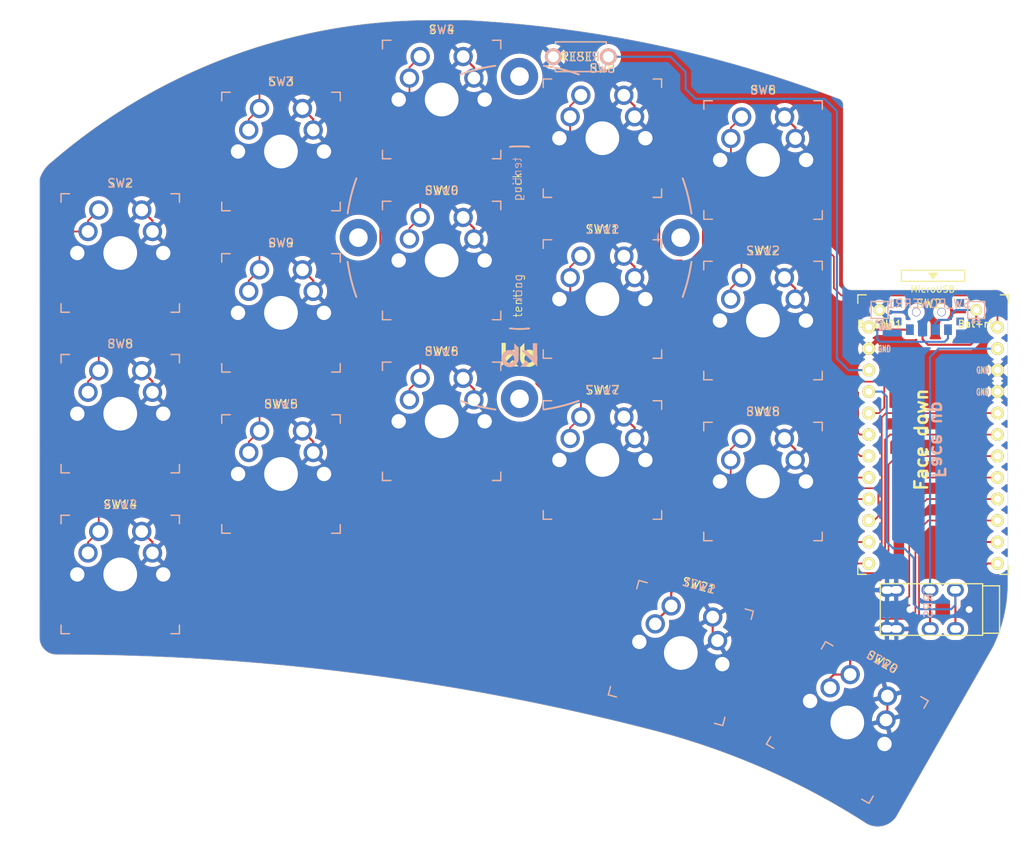
<source format=kicad_pcb>
(kicad_pcb (version 20221018) (generator pcbnew)
  (layers (0 "F.Cu" signal) (31 "B.Cu" signal) (34 "B.Paste" user) (35 "F.Paste" user) (36 "B.SilkS" user "B.Silkscreen") (37 "F.SilkS" user "F.Silkscreen") (38 "B.Mask" user) (39 "F.Mask" user) (44 "Edge.Cuts" user))
  (net 0 "")
  (net 1 "gnd")
  (net 2 "vcc")
  (net 3 "Switch18")
  (net 4 "reset")
  (net 5 "Switch1")
  (net 6 "Switch2")
  (net 7 "Switch3")
  (net 8 "Switch4")
  (net 9 "Switch5")
  (net 10 "Switch6")
  (net 11 "Switch7")
  (net 12 "Switch8")
  (net 13 "Switch9")
  (net 14 "Switch10")
  (net 15 "Switch11")
  (net 16 "Switch12")
  (net 17 "Switch13")
  (net 18 "Switch14")
  (net 19 "Switch15")
  (net 20 "Switch16")
  (net 21 "Switch17")
  (net 22 "raw")
  (net 23 "BT+_r")
  (net 24 "Net-(SW_POWERR1-Pad1)")
  (footprint "kbd:1pin_conn" (layer "F.Cu") (at 146.19 83.736)
    (fp_text reference "Bat+r1")
    (fp_text value "MountingHole_Pad" hide)
  )
  (footprint "kbd:1pin_conn" (layer "F.Cu") (at 134.76 83.736)
    (fp_text reference "BatGND1")
    (fp_text value "MountingHole_Pad" hide)
  )
  (footprint "Kailh:TRRS-PJ-DPB2" (layer "F.Cu") (at 146.95 119.15 -90)
    (fp_text reference "J2")
    (fp_text value "AudioJack4dpb" hide)
  )
  (footprint "footprint:SW_MX_reversible" (layer "F.Cu") (at 45 77)
    (fp_text reference "SW2")
    (fp_text value "SW_Push")
  )
  (footprint "footprint:SW_MX_reversible" (layer "F.Cu") (at 64 65)
    (fp_text reference "SW3")
    (fp_text value "SW_Push")
  )
  (footprint "footprint:SW_MX_reversible" (layer "F.Cu") (at 83 58.86)
    (fp_text reference "SW4")
    (fp_text value "SW_Push")
  )
  (footprint "footprint:SW_MX_reversible" (layer "F.Cu") (at 101.994 63.432)
    (fp_text reference "SW5")
    (fp_text value "SW_Push")
  )
  (footprint "footprint:SW_MX_reversible" (layer "F.Cu") (at 121 66)
    (fp_text reference "SW6")
    (fp_text value "SW_Push")
  )
  (footprint "footprint:SW_MX_reversible" (layer "F.Cu") (at 45 96)
    (fp_text reference "SW8")
    (fp_text value "SW_Push")
  )
  (footprint "footprint:SW_MX_reversible" (layer "F.Cu") (at 64 84.074)
    (fp_text reference "SW9")
    (fp_text value "SW_Push")
  )
  (footprint "footprint:SW_MX_reversible" (layer "F.Cu") (at 83 77.878)
    (fp_text reference "SW10")
    (fp_text value "SW_Push")
  )
  (footprint "footprint:SW_MX_reversible" (layer "F.Cu") (at 102 82.45)
    (fp_text reference "SW11")
    (fp_text value "SW_Push")
  )
  (footprint "footprint:SW_MX_reversible" (layer "F.Cu") (at 120.98 84.99)
    (fp_text reference "SW12")
    (fp_text value "SW_Push")
  )
  (footprint "footprint:SW_MX_reversible" (layer "F.Cu") (at 45 115)
    (fp_text reference "SW14")
    (fp_text value "SW_Push")
  )
  (footprint "footprint:SW_MX_reversible" (layer "F.Cu") (at 64.008 103.124)
    (fp_text reference "SW15")
    (fp_text value "SW_Push")
  )
  (footprint "footprint:SW_MX_reversible" (layer "F.Cu") (at 83 96.896)
    (fp_text reference "SW16")
    (fp_text value "SW_Push")
  )
  (footprint "footprint:SW_MX_reversible" (layer "F.Cu") (at 102 101.468)
    (fp_text reference "SW17")
    (fp_text value "SW_Push")
  )
  (footprint "footprint:SW_MX_reversible" (layer "F.Cu") (at 130.95 132.504 -30)
    (fp_text reference "SW20")
    (fp_text value "SW_Push")
  )
  (footprint "footprint:SW_MX_reversible" (layer "F.Cu") (at 111.272 124.288 -15)
    (fp_text reference "SW21")
    (fp_text value "SW_Push")
  )
  (footprint "kbd:Tenting_Puck2" (layer "F.Cu") (at 92.202 75.184)
    (fp_text reference "REF**")
    (fp_text value "Tenting Puck")
  )
  (footprint "Kailh:SPDT_C128955r" (layer "F.Cu") (at 140.602 83.99)
    (fp_text reference "SW2")
    (fp_text value "SW_SPDT")
  )
  (footprint "footprint:SW_MX_reversible" (layer "F.Cu") (at 120.98 104.008)
    (fp_text reference "SW18")
    (fp_text value "SW_Push")
  )
  (footprint "kbd:ProMicro_v3_min" (layer "F.Cu") (at 141.094 100.246)
    (fp_text reference "U1" hide)
    (fp_text value "ProMicro-kbd" hide)
  )
  (footprint "Kailh:SPDT_C128955" (layer "B.Cu") (at 140.602 83.99 180)
    (fp_text reference "SW_POWERR1")
    (fp_text value "SW_SPDT")
  )
  (footprint "kbd:ResetSW" (layer "B.Cu") (at 99.45 53.8 180)
    (fp_text reference "RSW1" hide)
    (fp_text value "SW_Push")
  )
  (gr_arc (start 148.162 81.366) (mid 149.295883 81.628564) (end 149.912 82.616) (stroke (width 0.05)) (layer "Edge.Cuts"))
  (gr_line (start 149.912 96.45) (end 149.912 101.262) (stroke (width 0.05)) (layer "Edge.Cuts"))
  (gr_line (start 131.458 81.366) (end 148.162 81.366) (stroke (width 0.05)) (layer "Edge.Cuts"))
  (gr_line (start 148.161679 123.613657) (end 136.71 143.699265) (stroke (width 0.05)) (layer "Edge.Cuts"))
  (gr_arc (start 149.924 116.248) (mid 149.462831 120.031316) (end 148.161679 123.613657) (stroke (width 0.05)) (layer "Edge.Cuts"))
  (gr_line (start 149.912 82.616) (end 149.912 96.45) (stroke (width 0.05)) (layer "Edge.Cuts"))
  (gr_line (start 149.912 101.262) (end 149.95 111.9) (stroke (width 0.05)) (layer "Edge.Cuts"))
  (gr_line (start 149.95 111.9) (end 149.924 116.248) (stroke (width 0.05)) (layer "Edge.Cuts"))
  (gr_arc (start 131.458 81.366) (mid 130.751497 81.074566) (end 130.458 80.368917) (stroke (width 0.05)) (layer "Edge.Cuts"))
  (gr_line (start 130.458 80.368917) (end 130.463 59.473) (stroke (width 0.05)) (layer "Edge.Cuts"))
  (gr_arc (start 35.465859 68.23732) (mid 36.023193 67.119598) (end 36.894611 66.224861) (stroke (width 0.05)) (layer "Edge.Cuts"))
  (gr_arc (start 85.843227 49.463504) (mid 108.303644 52.385453) (end 130.028245 58.79247) (stroke (width 0.05)) (layer "Edge.Cuts"))
  (gr_line (start 37.767536 124.476378) (end 37.493002 124.473917) (stroke (width 0.05)) (layer "Edge.Cuts"))
  (gr_arc (start 107.797707 133.384137) (mid 120.821222 137.841207) (end 132.978 144.298) (stroke (width 0.05)) (layer "Edge.Cuts"))
  (gr_arc (start 37.767536 124.476378) (mid 73.062529 126.72971) (end 107.797707 133.384137) (stroke (width 0.05)) (layer "Edge.Cuts"))
  (gr_arc (start 37.493002 124.473917) (mid 36.080534 123.924716) (end 35.458001 122.542999) (stroke (width 0.05)) (layer "Edge.Cuts"))
  (gr_arc (start 136.71 143.699265) (mid 134.968995 144.777745) (end 132.978 144.298) (stroke (width 0.05)) (layer "Edge.Cuts"))
  (gr_arc (start 130.028245 58.79247) (mid 130.345034 59.069226) (end 130.463 59.473) (stroke (width 0.05)) (layer "Edge.Cuts"))
  (gr_line (start 35.465859 68.23732) (end 35.458001 122.542999) (stroke (width 0.05)) (layer "Edge.Cuts"))
  (gr_line (start 85.843227 49.463504) (end 81.868 49.468) (stroke (width 0.05)) (layer "Edge.Cuts"))
  (gr_arc (start 36.894611 66.224861) (mid 57.871135 53.793316) (end 81.868 49.468) (stroke (width 0.05)) (layer "Edge.Cuts"))
  (gr_text "Face up" (at 141.7 99.06 -90) (layer "B.SilkS") (effects (font (size 1.5 1.5) (thickness 0.3)) (justify mirror)))
  (gr_text "Face down" (at 139.7 99.06 90) (layer "F.SilkS") (effects (font (size 1.5 1.5) (thickness 0.3))))
  (segment (start 115.040252 120.038497) (end 115.040252 122.251323) (width 0.25) (layer "F.Cu") (net 1))
  (segment (start 67.818 99.314) (end 67.818 100.584) (width 0.25) (layer "F.Cu") (net 1))
  (segment (start 104.54 77.37) (end 105.81 78.64) (width 0.25) (layer "F.Cu") (net 1))
  (segment (start 104.534 58.352) (end 105.804 59.622) (width 0.25) (layer "F.Cu") (net 1))
  (segment (start 135.65 116.85) (end 136.7 116.85) (width 0.25) (layer "F.Cu") (net 1))
  (segment (start 124.79 100.198) (end 124.79 101.468) (width 0.25) (layer "F.Cu") (net 1))
  (segment (start 104.54 96.388) (end 105.81 97.658) (width 0.25) (layer "F.Cu") (net 1))
  (segment (start 135.689705 129.374591) (end 135.689705 132.039147) (width 0.25) (layer "F.Cu") (net 1))
  (segment (start 124.79 81.18) (end 124.79 82.45) (width 0.25) (layer "F.Cu") (net 1))
  (segment (start 47.54 71.92) (end 48.81 73.19) (width 0.25) (layer "F.Cu") (net 1))
  (segment (start 123.54 60.92) (end 124.81 62.19) (width 0.25) (layer "F.Cu") (net 1))
  (segment (start 86.81 55.05) (end 86.81 56.32) (width 0.25) (layer "F.Cu") (net 1))
  (segment (start 47.54 109.92) (end 48.81 111.19) (width 0.25) (layer "F.Cu") (net 1))
  (segment (start 67.81 61.19) (end 67.81 62.46) (width 0.25) (layer "F.Cu") (net 1))
  (segment (start 124.81 62.19) (end 124.81 63.46) (width 0.25) (layer "F.Cu") (net 1))
  (segment (start 123.52 79.91) (end 124.79 81.18) (width 0.25) (layer "F.Cu") (net 1))
  (segment (start 67.81 80.264) (end 67.81 81.534) (width 0.25) (layer "F.Cu") (net 1))
  (segment (start 48.81 92.19) (end 48.81 93.46) (width 0.25) (layer "F.Cu") (net 1))
  (segment (start 86.81 74.068) (end 86.81 75.338) (width 0.25) (layer "F.Cu") (net 1))
  (segment (start 66.548 98.044) (end 67.818 99.314) (width 0.25) (layer "F.Cu") (net 1))
  (segment (start 105.81 78.64) (end 105.81 79.91) (width 0.25) (layer "F.Cu") (net 1))
  (segment (start 85.54 91.816) (end 86.81 93.086) (width 0.25) (layer "F.Cu") (net 1))
  (segment (start 86.81 93.086) (end 86.81 94.356) (width 0.25) (layer "F.Cu") (net 1))
  (segment (start 105.804 59.622) (end 105.804 60.892) (width 0.25) (layer "F.Cu") (net 1))
  (segment (start 48.81 111.19) (end 48.81 112.46) (width 0.25) (layer "F.Cu") (net 1))
  (segment (start 48.81 73.19) (end 48.81 74.46) (width 0.25) (layer "F.Cu") (net 1))
  (segment (start 105.81 97.658) (end 105.81 98.928) (width 0.25) (layer "F.Cu") (net 1))
  (segment (start 123.52 98.928) (end 124.79 100.198) (width 0.25) (layer "F.Cu") (net 1))
  (segment (start 66.54 59.92) (end 67.81 61.19) (width 0.25) (layer "F.Cu") (net 1))
  (segment (start 85.54 53.78) (end 86.81 55.05) (width 0.25) (layer "F.Cu") (net 1))
  (segment (start 85.54 72.798) (end 86.81 74.068) (width 0.25) (layer "F.Cu") (net 1))
  (segment (start 135.63 121.42) (end 136.72 121.42) (width 0.25) (layer "F.Cu") (net 1))
  (segment (start 66.54 78.994) (end 67.81 80.264) (width 0.25) (layer "F.Cu") (net 1))
  (segment (start 47.54 90.92) (end 48.81 92.19) (width 0.25) (layer "F.Cu") (net 1))
  (segment (start 143.73 116.82) (end 143.73 121.43) (width 0.25) (layer "F.Cu") (net 2))
  (segment (start 136.4 111.94) (end 137.7 111.94) (width 0.25) (layer "B.Cu") (net 2))
  (segment (start 137.7 111.94) (end 138.81 113.05) (width 0.25) (layer "B.Cu") (net 2))
  (segment (start 135.038 93.388) (end 135.61 93.96) (width 0.25) (layer "B.Cu") (net 2))
  (segment (start 139.43 119.11) (end 143.23 119.11) (width 0.25) (layer "B.Cu") (net 2))
  (segment (start 133.4854 93.388) (end 135.038 93.388) (width 0.25) (layer "B.Cu") (net 2))
  (segment (start 135.61 93.96) (end 135.61 111.15) (width 0.25) (layer "B.Cu") (net 2))
  (segment (start 138.81 118.49) (end 139.43 119.11) (width 0.25) (layer "B.Cu") (net 2))
  (segment (start 135.61 111.15) (end 136.4 111.94) (width 0.25) (layer "B.Cu") (net 2))
  (segment (start 138.81 113.05) (end 138.81 118.49) (width 0.25) (layer "B.Cu") (net 2))
  (segment (start 143.73 118.61) (end 143.73 116.82) (width 0.25) (layer "B.Cu") (net 2))
  (segment (start 143.23 119.11) (end 143.73 118.61) (width 0.25) (layer "B.Cu") (net 2))
  (segment (start 140.73 116.82) (end 140.73 121.43) (width 0.25) (layer "F.Cu") (net 3))
  (segment (start 141.73 88.308) (end 148.7054 88.308) (width 0.25) (layer "B.Cu") (net 3))
  (segment (start 140.73 116.82) (end 140.73 89.308) (width 0.25) (layer "B.Cu") (net 3))
  (segment (start 140.73 89.308) (end 141.73 88.308) (width 0.25) (layer "B.Cu") (net 3))
  (segment (start 102.7 53.8) (end 110.04 53.8) (width 0.25) (layer "B.Cu") (net 4))
  (segment (start 131.098 90.848) (end 133.4854 90.848) (width 0.25) (layer "B.Cu") (net 4))
  (segment (start 111.84 55.6) (end 111.84 57.6) (width 0.25) (layer "B.Cu") (net 4))
  (segment (start 111.84 57.6) (end 113.02 58.78) (width 0.25) (layer "B.Cu") (net 4))
  (segment (start 110.04 53.8) (end 111.84 55.6) (width 0.25) (layer "B.Cu") (net 4))
  (segment (start 128.27 58.78) (end 129.73 60.24) (width 0.25) (layer "B.Cu") (net 4))
  (segment (start 113.02 58.78) (end 128.27 58.78) (width 0.25) (layer "B.Cu") (net 4))
  (segment (start 129.73 89.48) (end 131.098 90.848) (width 0.25) (layer "B.Cu") (net 4))
  (segment (start 129.73 60.24) (end 129.73 89.48) (width 0.25) (layer "B.Cu") (net 4))
  (segment (start 54.35 121.95) (end 54.35 115.73) (width 0.2) (layer "F.Cu") (net 5))
  (segment (start 121.515 119.715) (end 122.05 120.25) (width 0.2) (layer "F.Cu") (net 5))
  (segment (start 121.515 114.965) (end 121.515 119.715) (width 0.2) (layer "F.Cu") (net 5))
  (segment (start 122.05 120.25) (end 138.91 120.25) (width 0.2) (layer "F.Cu") (net 5))
  (segment (start 37.87 123.43) (end 52.87 123.43) (width 0.2) (layer "F.Cu") (net 5))
  (segment (start 55.83 114.25) (end 120.8 114.25) (width 0.2) (layer "F.Cu") (net 5))
  (segment (start 42.46 71.92) (end 41.19 73.19) (width 0.2) (layer "F.Cu") (net 5))
  (segment (start 36.64 122.2) (end 37.87 123.43) (width 0.2) (layer "F.Cu") (net 5))
  (segment (start 52.87 123.43) (end 54.35 121.95) (width 0.2) (layer "F.Cu") (net 5))
  (segment (start 140.522 108.628) (end 148.7054 108.628) (width 0.2) (layer "F.Cu") (net 5))
  (segment (start 139.43 109.72) (end 140.522 108.628) (width 0.2) (layer "F.Cu") (net 5))
  (segment (start 41.19 74.46) (end 37.96 74.46) (width 0.2) (layer "F.Cu") (net 5))
  (segment (start 54.35 115.73) (end 55.83 114.25) (width 0.2) (layer "F.Cu") (net 5))
  (segment (start 120.8 114.25) (end 121.515 114.965) (width 0.2) (layer "F.Cu") (net 5))
  (segment (start 41.19 73.19) (end 41.19 74.46) (width 0.2) (layer "F.Cu") (net 5))
  (segment (start 139.43 119.73) (end 139.43 109.72) (width 0.2) (layer "F.Cu") (net 5))
  (segment (start 138.91 120.25) (end 139.43 119.73) (width 0.2) (layer "F.Cu") (net 5))
  (segment (start 37.96 74.46) (end 36.64 75.78) (width 0.2) (layer "F.Cu") (net 5))
  (segment (start 36.64 75.78) (end 36.64 122.2) (width 0.2) (layer "F.Cu") (net 5))
  (segment (start 113.206 93.526) (end 112.261372 92.581372) (width 0.2) (layer "F.Cu") (net 6))
  (segment (start 131.4 102.95) (end 131.4 94.16) (width 0.2) (layer "F.Cu") (net 6))
  (segment (start 130.766 93.526) (end 113.206 93.526) (width 0.2) (layer "F.Cu") (net 6))
  (segment (start 92.21 70.41) (end 92.21 67.88) (width 0.2) (layer "F.Cu") (net 6))
  (segment (start 113.875 76.375) (end 113.875 72.125) (width 0.2) (layer "F.Cu") (net 6))
  (segment (start 73.42 56.69) (end 72.34 55.61) (width 0.2) (layer "F.Cu") (net 6))
  (segment (start 131.4 94.16) (end 130.766 93.526) (width 0.2) (layer "F.Cu") (net 6))
  (segment (start 72.34 55.61) (end 62.5 55.61) (width 0.2) (layer "F.Cu") (net 6))
  (segment (start 93.24952 71.44952) (end 92.21 70.41) (width 0.2) (layer "F.Cu") (net 6))
  (segment (start 60.19 61.19) (end 60.19 62.46) (width 0.2) (layer "F.Cu") (net 6))
  (segment (start 62.5 55.61) (end 61.46 56.65) (width 0.2) (layer "F.Cu") (net 6))
  (segment (start 113.19952 71.44952) (end 93.24952 71.44952) (width 0.2) (layer "F.Cu") (net 6))
  (segment (start 112.261372 77.988628) (end 113.875 76.375) (width 0.2) (layer "F.Cu") (net 6))
  (segment (start 73.4 65.41) (end 73.4 56.71) (width 0.2) (layer "F.Cu") (net 6))
  (segment (start 92.21 67.88) (end 91.3 66.97) (width 0.2) (layer "F.Cu") (net 6))
  (segment (start 112.261372 92.581372) (end 112.261372 77.988628) (width 0.2) (layer "F.Cu") (net 6))
  (segment (start 113.875 72.125) (end 113.19952 71.44952) (width 0.2) (layer "F.Cu") (net 6))
  (segment (start 73.4 56.71) (end 73.42 56.69) (width 0.2) (layer "F.Cu") (net 6))
  (segment (start 74.96 66.97) (end 73.4 65.41) (width 0.2) (layer "F.Cu") (net 6))
  (segment (start 61.46 56.65) (end 61.46 59.92) (width 0.2) (layer "F.Cu") (net 6))
  (segment (start 131.998 103.548) (end 131.4 102.95) (width 0.2) (layer "F.Cu") (net 6))
  (segment (start 133.4854 103.548) (end 131.998 103.548) (width 0.2) (layer "F.Cu") (net 6))
  (segment (start 61.46 59.92) (end 60.19 61.19) (width 0.2) (layer "F.Cu") (net 6))
  (segment (start 91.3 66.97) (end 74.96 66.97) (width 0.2) (layer "F.Cu") (net 6))
  (segment (start 79.19 55.05) (end 79.19 56.32) (width 0.2) (layer "F.Cu") (net 7))
  (segment (start 131.8 100.32) (end 131.8 93.84) (width 0.2) (layer "F.Cu") (net 7))
  (segment (start 79.19 65.78) (end 79.19 56.32) (width 0.2) (layer "F.Cu") (net 7))
  (segment (start 113.53 71) (end 93.55 71) (width 0.2) (layer "F.Cu") (net 7))
  (segment (start 93.55 71) (end 92.7 70.15) (width 0.2) (layer "F.Cu") (net 7))
  (segment (start 131.8 93.84) (end 131.086 93.126) (width 0.2) (layer "F.Cu") (net 7))
  (segment (start 133.4854 101.008) (end 132.488 101.008) (width 0.2) (layer "F.Cu") (net 7))
  (segment (start 132.488 101.008) (end 131.8 100.32) (width 0.2) (layer "F.Cu") (net 7))
  (segment (start 91.69 66.46) (end 79.87 66.46) (width 0.2) (layer "F.Cu") (net 7))
  (segment (start 113.386 93.126) (end 112.661372 92.401372) (width 0.2) (layer "F.Cu") (net 7))
  (segment (start 114.3 76.55) (end 114.3 71.77) (width 0.2) (layer "F.Cu") (net 7))
  (segment (start 80.46 53.78) (end 79.19 55.05) (width 0.2) (layer "F.Cu") (net 7))
  (segment (start 112.661372 78.188628) (end 114.3 76.55) (width 0.2) (layer "F.Cu") (net 7))
  (segment (start 112.661372 92.401372) (end 112.661372 78.188628) (width 0.2) (layer "F.Cu") (net 7))
  (segment (start 114.3 71.77) (end 113.53 71) (width 0.2) (layer "F.Cu") (net 7))
  (segment (start 92.7 70.15) (end 92.7 67.47) (width 0.2) (layer "F.Cu") (net 7))
  (segment (start 92.7 67.47) (end 91.69 66.46) (width 0.2) (layer "F.Cu") (net 7))
  (segment (start 131.086 93.126) (end 113.386 93.126) (width 0.2) (layer "F.Cu") (net 7))
  (segment (start 79.87 66.46) (end 79.19 65.78) (width 0.2) (layer "F.Cu") (net 7))
  (segment (start 98.67 70.6) (end 98.184 70.114) (width 0.2) (layer "F.Cu") (net 8))
  (segment (start 113.925 70.6) (end 98.67 70.6) (width 0.2) (layer "F.Cu") (net 8))
  (segment (start 99.454 58.352) (end 98.184 59.622) (width 0.2) (layer "F.Cu") (net 8))
  (segment (start 98.184 59.622) (end 98.184 60.892) (width 0.2) (layer "F.Cu") (net 8))
  (segment (start 132.24 98.27) (end 132.24 93.51) (width 0.2) (layer "F.Cu") (net 8))
  (segment (start 114.725 76.75) (end 114.725 71.4) (width 0.2) (layer "F.Cu") (net 8))
  (segment (start 98.184 70.114) (end 98.184 60.892) (width 0.2) (layer "F.Cu") (net 8))
  (segment (start 113.576 92.726) (end 113.1 92.25) (width 0.2) (layer "F.Cu") (net 8))
  (segment (start 114.725 71.4) (end 113.925 70.6) (width 0.2) (layer "F.Cu") (net 8))
  (segment (start 133.4854 98.468) (end 132.438 98.468) (width 0.2) (layer "F.Cu") (net 8))
  (segment (start 132.438 98.468) (end 132.24 98.27) (width 0.2) (layer "F.Cu") (net 8))
  (segment (start 113.1 78.375) (end 114.725 76.75) (width 0.2) (layer "F.Cu") (net 8))
  (segment (start 131.456 92.726) (end 113.576 92.726) (width 0.2) (layer "F.Cu") (net 8))
  (segment (start 132.24 93.51) (end 131.456 92.726) (width 0.2) (layer "F.Cu") (net 8))
  (segment (start 113.1 92.25) (end 113.1 78.375) (width 0.2) (layer "F.Cu") (net 8))
  (segment (start 114.2 78.05) (end 116.38 78.05) (width 0.2) (layer "F.Cu") (net 9))
  (segment (start 114.285 92.21) (end 113.6 91.525) (width 0.2) (layer "F.Cu") (net 9))
  (segment (start 134.82 92.21) (end 114.285 92.21) (width 0.2) (layer "F.Cu") (net 9))
  (segment (start 113.6 91.525) (end 113.6 78.65) (width 0.2) (layer "F.Cu") (net 9))
  (segment (start 135.32 92.71) (end 134.82 92.21) (width 0.2) (layer "F.Cu") (net 9))
  (segment (start 118.46 60.92) (end 117.19 62.19) (width 0.2) (layer "F.Cu") (net 9))
  (segment (start 113.6 78.65) (end 114.2 78.05) (width 0.2) (layer "F.Cu") (net 9))
  (segment (start 133.4854 95.928) (end 134.702 95.928) (width 0.2) (layer "F.Cu") (net 9))
  (segment (start 134.702 95.928) (end 135.32 95.31) (width 0.2) (layer "F.Cu") (net 9))
  (segment (start 135.32 95.31) (end 135.32 92.71) (width 0.2) (layer "F.Cu") (net 9))
  (segment (start 117.19 77.24) (end 117.19 63.46) (width 0.2) (layer "F.Cu") (net 9))
  (segment (start 117.19 62.19) (end 117.19 63.46) (width 0.2) (layer "F.Cu") (net 9))
  (segment (start 116.38 78.05) (end 117.19 77.24) (width 0.2) (layer "F.Cu") (net 9))
  (segment (start 130.046 94.326) (end 130.6 94.88) (width 0.2) (layer "F.Cu") (net 10))
  (segment (start 54 88.5131) (end 54 91.3) (width 0.2) (layer "F.Cu") (net 10))
  (segment (start 108.34 77.88) (end 108.75 78.29) (width 0.2) (layer "F.Cu") (net 10))
  (segment (start 111.461372 93.057058) (end 112.730314 94.326) (width 0.2) (layer "F.Cu") (net 10))
  (segment (start 76.57 67.91) (end 90.72 67.91) (width 0.2) (layer "F.Cu") (net 10))
  (segment (start 111.461372 78.861372) (end 111.461372 93.057058) (width 0.2) (layer "F.Cu") (net 10))
  (segment (start 107.76856 72.34856) (end 108.34 72.92) (width 0.2) (layer "F.Cu") (net 10))
  (segment (start 130.6 105.448) (end 131.24 106.088) (width 0.2) (layer "F.Cu") (net 10))
  (segment (start 91.35 71.01856) (end 92.68 72.34856) (width 0.2) (layer "F.Cu") (net 10))
  (segment (start 90.72 67.91) (end 91.35 68.54) (width 0.2) (layer "F.Cu") (net 10))
  (segment (start 43.7569 87.2531) (end 52.74 87.2531) (width 0.2) (layer "F.Cu") (net 10))
  (segment (start 112.730314 94.326) (end 130.046 94.326) (width 0.2) (layer "F.Cu") (net 10))
  (segment (start 131.24 106.088) (end 133.4854 106.088) (width 0.2) (layer "F.Cu") (net 10))
  (segment (start 54.97 92.27) (end 74.97 92.27) (width 0.2) (layer "F.Cu") (net 10))
  (segment (start 110.89 78.29) (end 111.461372 78.861372) (width 0.2) (layer "F.Cu") (net 10))
  (segment (start 108.34 72.92) (end 108.34 77.88) (width 0.2) (layer "F.Cu") (net 10))
  (segment (start 108.75 78.29) (end 110.89 78.29) (width 0.2) (layer "F.Cu") (net 10))
  (segment (start 75.74 91.5) (end 75.74 68.74) (width 0.2) (layer "F.Cu") (net 10))
  (segment (start 75.74 68.74) (end 76.57 67.91) (width 0.2) (layer "F.Cu") (net 10))
  (segment (start 42.46 90.92) (end 42.46 88.55) (width 0.2) (layer "F.Cu") (net 10))
  (segment (start 41.19 92.19) (end 41.19 93.46) (width 0.2) (layer "F.Cu") (net 10))
  (segment (start 130.6 94.88) (end 130.6 105.448) (width 0.2) (layer "F.Cu") (net 10))
  (segment (start 92.68 72.34856) (end 107.76856 72.34856) (width 0.2) (layer "F.Cu") (net 10))
  (segment (start 54 91.3) (end 54.97 92.27) (width 0.2) (layer "F.Cu") (net 10))
  (segment (start 91.35 68.54) (end 91.35 71.01856) (width 0.2) (layer "F.Cu") (net 10))
  (segment (start 42.46 88.55) (end 43.7569 87.2531) (width 0.2) (layer "F.Cu") (net 10))
  (segment (start 74.97 92.27) (end 75.74 91.5) (width 0.2) (layer "F.Cu") (net 10))
  (segment (start 52.74 87.2531) (end 54 88.5131) (width 0.2) (layer "F.Cu") (net 10))
  (segment (start 42.46 90.92) (end 41.19 92.19) (width 0.2) (layer "F.Cu") (net 10))
  (segment (start 69.148 75.172) (end 70.93 73.39) (width 0.2) (layer "F.Cu") (net 11))
  (segment (start 91.09 67.51) (end 91.81 68.23) (width 0.2) (layer "F.Cu") (net 11))
  (segment (start 70.93 69.26) (end 72.68 67.51) (width 0.2) (layer "F.Cu") (net 11))
  (segment (start 111.38 77.89) (end 111.861372 78.371372) (width 0.2) (layer "F.Cu") (net 11))
  (segment (start 60.19 80.264) (end 60.19 81.534) (width 0.2) (layer "F.Cu") (net 11))
  (segment (start 111.861372 92.891372) (end 112.896 93.926) (width 0.2) (layer "F.Cu") (net 11))
  (segment (start 61.46 76.21) (end 62.498 75.172) (width 0.2) (layer "F.Cu") (net 11))
  (segment (start 72.68 67.51) (end 91.09 67.51) (width 0.2) (layer "F.Cu") (net 11))
  (segment (start 131.47 104.81) (end 134.19 104.81) (width 0.2) (layer "F.Cu") (net 11))
  (segment (start 70.93 73.39) (end 70.93 69.26) (width 0.2) (layer "F.Cu") (net 11))
  (segment (start 108.74 72.47) (end 108.74 77.44) (width 0.2) (layer "F.Cu") (net 11))
  (segment (start 134.19 104.81) (end 134.62 105.24) (width 0.2) (layer "F.Cu") (net 11))
  (segment (start 131 94.53) (end 131 104.34) (width 0.2) (layer "F.Cu") (net 11))
  (segment (start 112.896 93.926) (end 130.396 93.926) (width 0.2) (layer "F.Cu") (net 11))
  (segment (start 131 104.34) (end 131.47 104.81) (width 0.2) (layer "F.Cu") (net 11))
  (segment (start 108.74 77.44) (end 109.19 77.89) (width 0.2) (layer "F.Cu") (net 11))
  (segment (start 134.62 105.24) (end 134.62 108.12) (width 0.2) (layer "F.Cu") (net 11))
  (segment (start 111.861372 78.371372) (end 111.861372 92.891372) (width 0.2) (layer "F.Cu") (net 11))
  (segment (start 130.396 93.926) (end 131 94.53) (width 0.2) (layer "F.Cu") (net 11))
  (segment (start 108.16904 71.89904) (end 108.74 72.47) (width 0.2) (layer "F.Cu") (net 11))
  (segment (start 62.498 75.172) (end 69.148 75.172) (width 0.2) (layer "F.Cu") (net 11))
  (segment (start 91.81 68.23) (end 91.81 70.785) (width 0.2) (layer "F.Cu") (net 11))
  (segment (start 92.92404 71.89904) (end 108.16904 71.89904) (width 0.2) (layer "F.Cu") (net 11))
  (segment (start 134.62 108.12) (end 134.112 108.628) (width 0.2) (layer "F.Cu") (net 11))
  (segment (start 61.46 78.994) (end 61.46 76.21) (width 0.2) (layer "F.Cu") (net 11))
  (segment (start 61.46 78.994) (end 60.19 80.264) (width 0.2) (layer "F.Cu") (net 11))
  (segment (start 91.81 70.785) (end 92.92404 71.89904) (width 0.2) (layer "F.Cu") (net 11))
  (segment (start 109.19 77.89) (end 111.38 77.89) (width 0.2) (layer "F.Cu") (net 11))
  (segment (start 80.46 68.98) (end 80.46 72.798) (width 0.2) (layer "F.Cu") (net 12))
  (segment (start 111.061372 79.241372) (end 110.51 78.69) (width 0.2) (layer "F.Cu") (net 12))
  (segment (start 130.2 110.328) (end 130.2 95.17) (width 0.2) (layer "F.Cu") (net 12))
  (segment (start 107.94 73.37) (end 107.31856 72.74856) (width 0.2) (layer "F.Cu") (net 12))
  (segment (start 112.376 94.726) (end 111.061372 93.411372) (width 0.2) (layer "F.Cu") (net 12))
  (segment (start 130.2 95.17) (end 129.756 94.726) (width 0.2) (layer "F.Cu") (net 12))
  (segment (start 108.4 78.69) (end 107.94 78.23) (width 0.2) (layer "F.Cu") (net 12))
  (segment (start 90.92 71.31) (end 90.92 68.94) (width 0.2) (layer "F.Cu") (net 12))
  (segment (start 107.94 78.23) (end 107.94 73.37) (width 0.2) (layer "F.Cu") (net 12))
  (segment (start 81.13 68.31) (end 80.46 68.98) (width 0.2) (layer "F.Cu") (net 12))
  (segment (start 90.29 68.31) (end 81.13 68.31) (width 0.2) (layer "F.Cu") (net 12))
  (segment (start 90.92 68.94) (end 90.29 68.31) (width 0.2) (layer "F.Cu") (net 12))
  (segment (start 133.4854 111.168) (end 131.04 111.168) (width 0.2) (layer "F.Cu") (net 12))
  (segment (start 110.51 78.69) (end 108.4 78.69) (width 0.2) (layer "F.Cu") (net 12))
  (segment (start 111.061372 93.411372) (end 111.061372 79.241372) (width 0.2) (layer "F.Cu") (net 12))
  (segment (start 79.19 74.068) (end 79.19 75.338) (width 0.2) (layer "F.Cu") (net 12))
  (segment (start 80.46 72.798) (end 79.19 74.068) (width 0.2) (layer "F.Cu") (net 12))
  (segment (start 131.04 111.168) (end 130.2 110.328) (width 0.2) (layer "F.Cu") (net 12))
  (segment (start 107.31856 72.74856) (end 92.35856 72.74856) (width 0.2) (layer "F.Cu") (net 12))
  (segment (start 129.756 94.726) (end 112.376 94.726) (width 0.2) (layer "F.Cu") (net 12))
  (segment (start 92.35856 72.74856) (end 90.92 71.31) (width 0.2) (layer "F.Cu") (net 12))
  (segment (start 129.8 96.01) (end 129.17 95.38) (width 0.2) (layer "F.Cu") (net 13))
  (segment (start 98.19 78.64) (end 98.19 79.91) (width 0.2) (layer "F.Cu") (net 13))
  (segment (start 109.475685 91.82) (end 98.79 91.82) (width 0.2) (layer "F.Cu") (net 13))
  (segment (start 133.4854 113.708) (end 130.418 113.708) (width 0.2) (layer "F.Cu") (net 13))
  (segment (start 111.15 95.38) (end 110.49 94.72) (width 0.2) (layer "F.Cu") (net 13))
  (segment (start 98.19 91.22) (end 98.19 79.91) (width 0.2) (layer "F.Cu") (net 13))
  (segment (start 129.17 95.38) (end 111.15 95.38) (width 0.2) (layer "F.Cu") (net 13))
  (segment (start 130.418 113.708) (end 129.8 113.09) (width 0.2) (layer "F.Cu") (net 13))
  (segment (start 99.46 77.37) (end 98.19 78.64) (width 0.2) (layer "F.Cu") (net 13))
  (segment (start 129.8 113.09) (end 129.8 96.01) (width 0.2) (layer "F.Cu") (net 13))
  (segment (start 110.49 92.834315) (end 109.475685 91.82) (width 0.2) (layer "F.Cu") (net 13))
  (segment (start 98.79 91.82) (end 98.19 91.22) (width 0.2) (layer "F.Cu") (net 13))
  (segment (start 110.49 94.72) (end 110.49 92.834315) (width 0.2) (layer "F.Cu") (net 13))
  (segment (start 129.37 77.44) (end 128.42 76.49) (width 0.2) (layer "F.Cu") (net 14))
  (segment (start 148.7054 85.768) (end 148.7054 82.7154) (width 0.2) (layer "F.Cu") (net 14))
  (segment (start 148.011137 82.021137) (end 130.241137 82.021137) (width 0.2) (layer "F.Cu") (net 14))
  (segment (start 118.44 77.12) (end 118.44 79.91) (width 0.2) (layer "F.Cu") (net 14))
  (segment (start 148.7054 82.7154) (end 148.011137 82.021137) (width 0.2) (layer "F.Cu") (net 14))
  (segment (start 128.42 76.49) (end 119.07 76.49) (width 0.2) (layer "F.Cu") (net 14))
  (segment (start 118.44 79.91) (end 117.17 81.18) (width 0.2) (layer "F.Cu") (net 14))
  (segment (start 119.07 76.49) (end 118.44 77.12) (width 0.2) (layer "F.Cu") (net 14))
  (segment (start 117.17 81.18) (end 117.17 82.45) (width 0.2) (layer "F.Cu") (net 14))
  (segment (start 130.241137 82.021137) (end 129.37 81.15) (width 0.2) (layer "F.Cu") (net 14))
  (segment (start 129.37 81.15) (end 129.37 77.44) (width 0.2) (layer "F.Cu") (net 14))
  (segment (start 109.2 92.27) (end 110.08 93.15) (width 0.2) (layer "F.Cu") (net 15))
  (segment (start 77.055 88.07) (end 93.76 88.07) (width 0.2) (layer "F.Cu") (net 15))
  (segment (start 95.8 92.27) (end 109.2 92.27) (width 0.2) (layer "F.Cu") (net 15))
  (segment (start 55.87 93.38) (end 75.44 93.38) (width 0.2) (layer "F.Cu") (net 15))
  (segment (start 53.94 104.02) (end 53.94 95.31) (width 0.2) (layer "F.Cu") (net 15))
  (segment (start 95.28 91.75) (end 95.8 92.27) (width 0.2) (layer "F.Cu") (net 15))
  (segment (start 110.86 95.78) (end 128.76 95.78) (width 0.2) (layer "F.Cu") (net 15))
  (segment (start 135.02 96.428) (end 135.52 95.928) (width 0.2) (layer "F.Cu") (net 15))
  (segment (start 42.46 106.39) (end 43.79 105.06) (width 0.2) (layer "F.Cu") (net 15))
  (segment (start 95.28 89.59) (end 95.28 91.75) (width 0.2) (layer "F.Cu") (net 15))
  (segment (start 110.08 93.15) (end 110.08 95) (width 0.2) (layer "F.Cu") (net 15))
  (segment (start 93.76 88.07) (end 95.28 89.59) (width 0.2) (layer "F.Cu") (net 15))
  (segment (start 41.19 111.19) (end 41.19 112.46) (width 0.2) (layer "F.Cu") (net 15))
  (segment (start 135.02 114.13) (end 135.02 96.428) (width 0.2) (layer "F.Cu") (net 15))
  (segment (start 76.14 88.985) (end 77.055 88.07) (width 0.2) (layer "F.Cu") (net 15))
  (segment (start 130.194031 114.844031) (end 134.305969 114.844031) (width 0.2) (layer "F.Cu") (net 15))
  (segment (start 129.4 114.05) (end 130.194031 114.844031) (width 0.2) (layer "F.Cu") (net 15))
  (segment (start 110.08 95) (end 110.86 95.78) (width 0.2) (layer "F.Cu") (net 15))
  (segment (start 52.9 105.06) (end 53.94 104.02) (width 0.2) (layer "F.Cu") (net 15))
  (segment (start 76.14 92.68) (end 76.14 88.985) (width 0.2) (layer "F.Cu") (net 15))
  (segment (start 42.46 109.92) (end 42.46 106.39) (width 0.2) (layer "F.Cu") (net 15))
  (segment (start 42.46 109.92) (end 41.19 111.19) (width 0.2) (layer "F.Cu") (net 15))
  (segment (start 43.79 105.06) (end 52.9 105.06) (width 0.2) (layer "F.Cu") (net 15))
  (segment (start 134.305969 114.844031) (end 135.02 114.13) (width 0.2) (layer "F.Cu") (net 15))
  (segment (start 75.44 93.38) (end 76.14 92.68) (width 0.2) (layer "F.Cu") (net 15))
  (segment (start 135.52 95.928) (end 148.7054 95.928) (width 0.2) (layer "F.Cu") (net 15))
  (segment (start 128.76 95.78) (end 129.4 96.42) (width 0.2) (layer "F.Cu") (net 15))
  (segment (start 53.94 95.31) (end 55.87 93.38) (width 0.2) (layer "F.Cu") (net 15))
  (segment (start 129.4 96.42) (end 129.4 114.05) (width 0.2) (layer "F.Cu") (net 15))
  (segment (start 110.45 96.18) (end 109.68 95.41) (width 0.2) (layer "F.Cu") (net 16))
  (segment (start 136.02 98.468) (end 135.42 99.068) (width 0.2) (layer "F.Cu") (net 16))
  (segment (start 108.83 92.72) (end 95.23 92.72) (width 0.2) (layer "F.Cu") (net 16))
  (segment (start 75.66 94.66) (end 62.31 94.66) (width 0.2) (layer "F.Cu") (net 16))
  (segment (start 148.7054 98.468) (end 136.02 98.468) (width 0.2) (layer "F.Cu") (net 16))
  (segment (start 134.655969 115.244031) (end 129.924031 115.244031) (width 0.2) (layer "F.Cu") (net 16))
  (segment (start 135.42 99.068) (end 135.42 114.48) (width 0.2) (layer "F.Cu") (net 16))
  (segment (start 129 96.69) (end 128.49 96.18) (width 0.2) (layer "F.Cu") (net 16))
  (segment (start 109.68 93.57) (end 108.83 92.72) (width 0.2) (layer "F.Cu") (net 16))
  (segment (start 76.54 89.425686) (end 76.54 93.78) (width 0.2) (layer "F.Cu") (net 16))
  (segment (start 94.72 92.21) (end 94.72 89.98) (width 0.2) (layer "F.Cu") (net 16))
  (segment (start 135.42 114.48) (end 134.655969 115.244031) (width 0.2) (layer "F.Cu") (net 16))
  (segment (start 61.468 98.044) (end 60.198 99.314) (width 0.2) (layer "F.Cu") (net 16))
  (segment (start 109.68 95.41) (end 109.68 93.57) (width 0.2) (layer "F.Cu") (net 16))
  (segment (start 62.31 94.66) (end 61.468 95.502) (width 0.2) (layer "F.Cu") (net 16))
  (segment (start 129 114.32) (end 129 96.69) (width 0.2) (layer "F.Cu") (net 16))
  (segment (start 60.198 99.314) (end 60.198 100.584) (width 0.2) (layer "F.Cu") (net 16))
  (segment (start 94.72 89.98) (end 93.26 88.52) (width 0.2) (layer "F.Cu") (net 16))
  (segment (start 76.54 93.78) (end 75.66 94.66) (width 0.2) (layer "F.Cu") (net 16))
  (segment (start 61.468 95.502) (end 61.468 98.044) (width 0.2) (layer "F.Cu") (net 16))
  (segment (start 77.445686 88.52) (end 76.54 89.425686) (width 0.2) (layer "F.Cu") (net 16))
  (segment (start 129.924031 115.244031) (end 129 114.32) (width 0.2) (layer "F.Cu") (net 16))
  (segment (start 93.26 88.52) (end 77.445686 88.52) (width 0.2) (layer "F.Cu") (net 16))
  (segment (start 128.49 96.18) (end 110.45 96.18) (width 0.2) (layer "F.Cu") (net 16))
  (segment (start 95.23 92.72) (end 94.72 92.21) (width 0.2) (layer "F.Cu") (net 16))
  (segment (start 108.68 93.3) (end 109.28 93.9) (width 0.2) (layer "F.Cu") (net 17))
  (segment (start 93.34 89.22) (end 94.18 90.06) (width 0.2) (layer "F.Cu") (net 17))
  (segment (start 135.82 114.705) (end 135.82 104.164314) (width 0.2) (layer "F.Cu") (net 17))
  (segment (start 110.11 96.58) (end 128.07 96.58) (width 0.2) (layer "F.Cu") (net 17))
  (segment (start 80.46 91.816) (end 79.19 93.086) (width 0.2) (layer "F.Cu") (net 17))
  (segment (start 128.07 96.58) (end 128.6 97.11) (width 0.2) (layer "F.Cu") (net 17))
  (segment (start 128.6 114.63) (end 129.663551 115.693551) (width 0.2) (layer "F.Cu") (net 17))
  (segment (start 134.831449 115.693551) (end 135.82 114.705) (width 0.2) (layer "F.Cu") (net 17))
  (segment (start 135.825 104.159314) (end 135.825 102.005) (width 0.2) (layer "F.Cu") (net 17))
  (segment (start 80.46 89.85) (end 81.09 89.22) (width 0.2) (layer "F.Cu") (net 17))
  (segment (start 128.6 97.11) (end 128.6 114.63) (width 0.2) (layer "F.Cu") (net 17))
  (segment (start 80.46 91.816) (end 80.46 89.85) (width 0.2) (layer "F.Cu") (net 17))
  (segment (start 81.09 89.22) (end 93.34 89.22) (width 0.2) (layer "F.Cu") (net 17))
  (segment (start 94.18 92.46) (end 95.02 93.3) (width 0.2) (layer "F.Cu") (net 17))
  (segment (start 129.663551 115.693551) (end 134.831449 115.693551) (width 0.2) (layer "F.Cu") (net 17))
  (segment (start 79.19 93.086) (end 79.19 94.356) (width 0.2) (layer "F.Cu") (net 17))
  (segment (start 95.02 93.3) (end 108.68 93.3) (width 0.2) (layer "F.Cu") (net 17))
  (segment (start 94.18 90.06) (end 94.18 92.46) (width 0.2) (layer "F.Cu") (net 17))
  (segment (start 109.28 93.9) (end 109.28 95.75) (width 0.2) (layer "F.Cu") (net 17))
  (segment (start 136.822 101.008) (end 148.7054 101.008) (width 0.2) (layer "F.Cu") (net 17))
  (segment (start 135.825 102.005) (end 136.822 101.008) (width 0.2) (layer "F.Cu") (net 17))
  (segment (start 109.28 95.75) (end 110.11 96.58) (width 0.2) (layer "F.Cu") (net 17))
  (segment (start 135.82 104.164314) (end 135.825 104.159314) (width 0.2) (layer "F.Cu") (net 17))
  (segment (start 109.71 96.98) (end 110.7 96.98) (width 0.2) (layer "F.Cu") (net 18))
  (segment (start 137.525 118.35) (end 138.275 117.6) (width 0.2) (layer "F.Cu") (net 18))
  (segment (start 108.88 96.15) (end 109.71 96.98) (width 0.2) (layer "F.Cu") (net 18))
  (segment (start 128.2 117.05) (end 129.5 118.35) (width 0.2) (layer "F.Cu") (net 18))
  (segment (start 110.7 96.98) (end 127.78 96.98) (width 0.2) (layer "F.Cu") (net 18))
  (segment (start 110.11 96.98) (end 110.21 96.98) (width 0.2) (layer "F.Cu") (net 18))
  (segment (start 108.36 93.77) (end 108.88 94.29) (width 0.2) (layer "F.Cu") (net 18))
  (segment (start 99.46 96.388) (end 98.19 97.658) (width 0.2) (layer "F.Cu") (net 18))
  (segment (start 98.19 97.658) (end 98.19 98.928) (width 0.2) (layer "F.Cu") (net 18))
  (segment (start 99.46 96.388) (end 99.46 94.53) (width 0.2) (layer "F.Cu") (net 18))
  (segment (start 129.5 118.35) (end 137.525 118.35) (width 0.2) (layer "F.Cu") (net 18))
  (segment (start 138.275 117.6) (end 138.275 104.398) (width 0.2) (layer "F.Cu") (net 18))
  (segment (start 110.21 96.98) (end 110.7 96.98) (width 0.2) (layer "F.Cu") (net 18))
  (segment (start 99.46 94.53) (end 100.22 93.77) (width 0.2) (layer "F.Cu") (net 18))
  (segment (start 127.78 96.98) (end 128.2 97.4) (width 0.2) (layer "F.Cu") (net 18))
  (segment (start 139.125 103.548) (end 148.7054 103.548) (width 0.2) (layer "F.Cu") (net 18))
  (segment (start 138.275 104.398) (end 139.125 103.548) (width 0.2) (layer "F.Cu") (net 18))
  (segment (start 108.88 94.29) (end 108.88 96.15) (width 0.2) (layer "F.Cu") (net 18))
  (segment (start 100.22 93.77) (end 108.36 93.77) (width 0.2) (layer "F.Cu") (net 18))
  (segment (start 128.2 97.4) (end 128.2 117.05) (width 0.2) (layer "F.Cu") (net 18))
  (segment (start 121.94 119.215) (end 121.94 117.05) (width 0.2) (layer "F.Cu") (net 19))
  (segment (start 117.17 112.74) (end 117.17 101.468) (width 0.2) (layer "F.Cu") (net 19))
  (segment (start 121.94 114.65) (end 121.03 113.74) (width 0.2) (layer "F.Cu") (net 19))
  (segment (start 122.575 119.85) (end 138.625 119.85) (width 0.2) (layer "F.Cu") (net 19))
  (segment (start 118.44 98.928) (end 117.17 100.198) (width 0.2) (layer "F.Cu") (net 19))
  (segment (start 121.94 115.825) (end 121.94 114.65) (width 0.2) (layer "F.Cu") (net 19))
  (segment (start 139 119.475) (end 139 107.463) (width 0.2) (layer "F.Cu") (net 19))
  (segment (start 140.375 106.088) (end 148.7054 106.088) (width 0.2) (layer "F.Cu") (net 19))
  (segment (start 138.625 119.85) (end 139 119.475) (width 0.2) (layer "F.Cu") (net 19))
  (segment (start 121.94 119.215) (end 122.575 119.85) (width 0.2) (layer "F.Cu") (net 19))
  (segment (start 121.94 115.825) (end 121.94 119.215) (width 0.2) (layer "F.Cu") (net 19))
  (segment (start 139 107.463) (end 140.375 106.088) (width 0.2) (layer "F.Cu") (net 19))
  (segment (start 117.17 100.198) (end 117.17 101.468) (width 0.2) (layer "F.Cu") (net 19))
  (segment (start 121.94 117.05) (end 121.94 115.825) (width 0.2) (layer "F.Cu") (net 19))
  (segment (start 118.17 113.74) (end 117.17 112.74) (width 0.2) (layer "F.Cu") (net 19))
  (segment (start 121.03 113.74) (end 118.17 113.74) (width 0.2) (layer "F.Cu") (net 19))
  (segment (start 110.133349 118.723696) (end 108.249223 120.607822) (width 0.25) (layer "F.Cu") (net 20))
  (segment (start 110.92 116.54) (end 110.74 116.54) (width 0.25) (layer "F.Cu") (net 20))
  (segment (start 145.425 122.875) (end 122.025 122.875) (width 0.25) (layer "F.Cu") (net 20))
  (segment (start 122.025 122.875) (end 121.09 121.94) (width 0.25) (layer "F.Cu") (net 20))
  (segment (start 147.052 111.168) (end 146.48 111.74) (width 0.25) (layer "F.Cu") (net 20))
  (segment (start 121.09 121.94) (end 121.09 117.4) (width 0.25) (layer "F.Cu") (net 20))
  (segment (start 110.93 116.53) (end 110.92 116.54) (width 0.25) (layer "F.Cu") (net 20))
  (segment (start 146.48 121.82) (end 145.425 122.875) (width 0.25) (layer "F.Cu") (net 20))
  (segment (start 121.09 117.4) (end 120.22 116.53) (width 0.25) (layer "F.Cu") (net 20))
  (segment (start 120.22 116.53) (end 110.93 116.53) (width 0.25) (layer "F.Cu") (net 20))
  (segment (start 110.133349 117.146651) (end 110.133349 118.723696) (width 0.25) (layer "F.Cu") (net 20))
  (segment (start 148.7054 111.168) (end 147.052 111.168) (width 0.25) (layer "F.Cu") (net 20))
  (segment (start 110.74 116.54) (end 110.133349 117.146651) (width 0.25) (layer "F.Cu") (net 20))
  (segment (start 146.48 111.74) (end 146.48 121.82) (width 0.25) (layer "F.Cu") (net 20))
  (segment (start 131.290295 124.369705) (end 131.290295 126.834591) (width 0.25) (layer "F.Cu") (net 21))
  (segment (start 129.355409 126.834591) (end 128.920443 127.269557) (width 0.25) (layer "F.Cu") (net 21))
  (segment (start 147.01 122.55) (end 146.235 123.325) (width 0.25) (layer "F.Cu") (net 21))
  (segment (start 128.920443 127.269557) (end 128.920443 128.399295) (width 0.25) (layer "F.Cu") (net 21))
  (segment (start 131.290295 126.834591) (end 129.355409 126.834591) (width 0.25) (layer "F.Cu") (net 21))
  (segment (start 148.7054 113.708) (end 147.532 113.708) (width 0.25) (layer "F.Cu") (net 21))
  (segment (start 147.532 113.708) (end 147.01 114.23) (width 0.25) (layer "F.Cu") (net 21))
  (segment (start 146.235 123.325) (end 132.335 123.325) (width 0.25) (layer "F.Cu") (net 21))
  (segment (start 132.335 123.325) (end 131.290295 124.369705) (width 0.25) (layer "F.Cu") (net 21))
  (segment (start 147.01 114.23) (end 147.01 122.55) (width 0.25) (layer "F.Cu") (net 21))
  (segment (start 133.7824 86.065) (end 138.352 86.065) (width 0.25) (layer "F.Cu") (net 22))
  (segment (start 142.852 87.118) (end 142.852 86.065) (width 0.25) (layer "B.Cu") (net 22))
  (segment (start 142.47 87.5) (end 142.852 87.118) (width 0.25) (layer "B.Cu") (net 22))
  (segment (start 134.79 87.5) (end 142.47 87.5) (width 0.25) (layer "B.Cu") (net 22))
  (segment (start 133.998 85.768) (end 134.5 86.27) (width 0.25) (layer "B.Cu") (net 22))
  (segment (start 134.5 87.21) (end 134.79 87.5) (width 0.25) (layer "B.Cu") (net 22))
  (segment (start 134.5 86.27) (end 134.5 87.21) (width 0.25) (layer "B.Cu") (net 22))
  (segment (start 145.52 87.85) (end 140.5 87.85) (width 0.25) (layer "F.Cu") (net 23))
  (segment (start 140.5 87.85) (end 139.852 87.202) (width 0.25) (layer "F.Cu") (net 23))
  (segment (start 146.19 87.18) (end 145.52 87.85) (width 0.25) (layer "F.Cu") (net 23))
  (segment (start 146.19 83.736) (end 146.19 87.18) (width 0.25) (layer "F.Cu") (net 23))
  (segment (start 139.852 87.202) (end 139.852 86.065) (width 0.25) (layer "F.Cu") (net 23))
  (segment (start 143.35 84.136) (end 143.35 84.49) (width 0.25) (layer "B.Cu") (net 23))
  (segment (start 143.75 83.736) (end 143.35 84.136) (width 0.25) (layer "B.Cu") (net 23))
  (segment (start 141.352 85.288) (end 141.352 86.065) (width 0.25) (layer "B.Cu") (net 23))
  (segment (start 143.35 84.49) (end 142.93 84.91) (width 0.25) (layer "B.Cu") (net 23))
  (segment (start 142.93 84.91) (end 141.73 84.91) (width 0.25) (layer "B.Cu") (net 23))
  (segment (start 146.19 83.736) (end 143.75 83.736) (width 0.25) (layer "B.Cu") (net 23))
  (segment (start 141.73 84.91) (end 141.352 85.288) (width 0.25) (layer "B.Cu") (net 23))
  (zone (net 1) (net_name "gnd") (layers "F&B.Cu") (connect_pads (clearance 0.508)) (min_thickness 0.254) (fill yes (thermal_gap 0.508) (thermal_bridge_width 0.508) (island_removal_mode 1) (island_area_min 0))
    (polygon (pts (xy 151.476154 47.910806) (xy 151.841623 146.745334) (xy 30.791298 146.150384) (xy 30.7848 47.0916)))
  )
)
</source>
